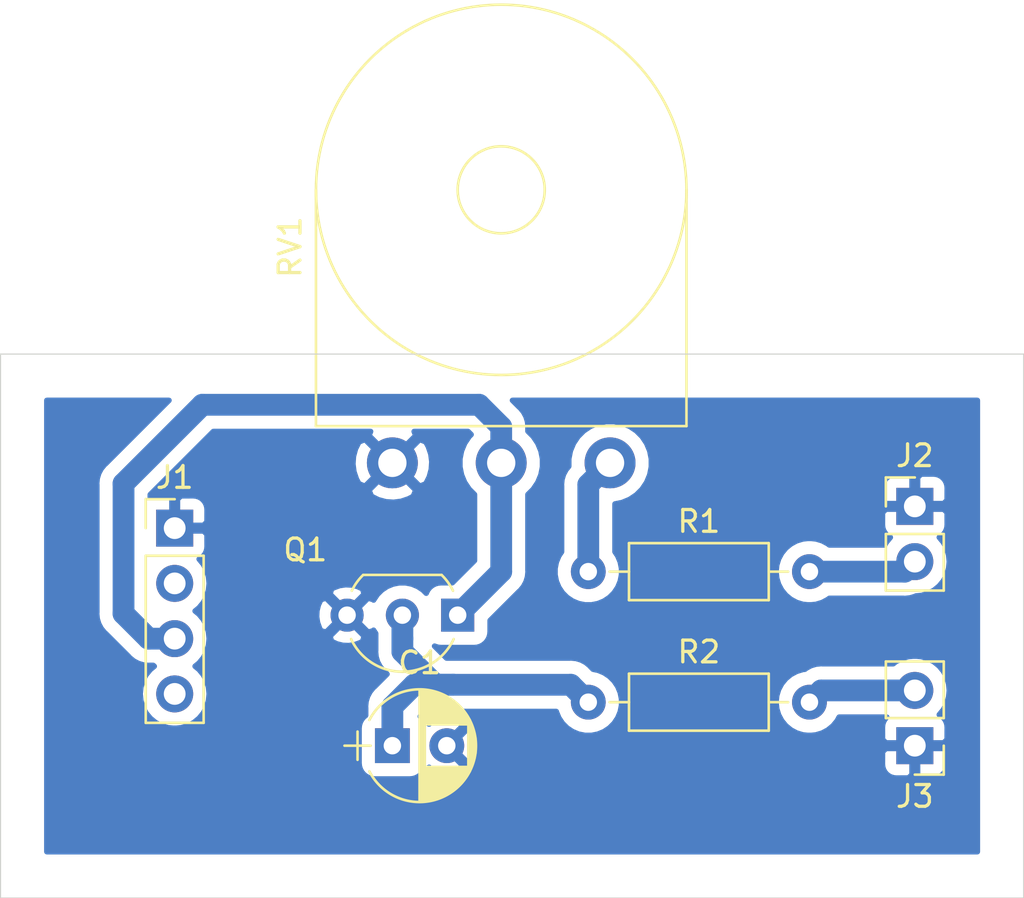
<source format=kicad_pcb>
(kicad_pcb (version 20171130) (host pcbnew "(5.1.2)-1")

  (general
    (thickness 1.6)
    (drawings 4)
    (tracks 24)
    (zones 0)
    (modules 8)
    (nets 9)
  )

  (page A4)
  (layers
    (0 F.Cu signal)
    (31 B.Cu signal)
    (32 B.Adhes user)
    (33 F.Adhes user)
    (34 B.Paste user)
    (35 F.Paste user)
    (36 B.SilkS user)
    (37 F.SilkS user)
    (38 B.Mask user)
    (39 F.Mask user)
    (40 Dwgs.User user)
    (41 Cmts.User user)
    (42 Eco1.User user)
    (43 Eco2.User user)
    (44 Edge.Cuts user)
    (45 Margin user)
    (46 B.CrtYd user)
    (47 F.CrtYd user)
    (48 B.Fab user)
    (49 F.Fab user)
  )

  (setup
    (last_trace_width 1)
    (trace_clearance 0.6)
    (zone_clearance 0.508)
    (zone_45_only no)
    (trace_min 0.2)
    (via_size 0.8)
    (via_drill 0.4)
    (via_min_size 0.4)
    (via_min_drill 0.3)
    (uvia_size 0.3)
    (uvia_drill 0.1)
    (uvias_allowed no)
    (uvia_min_size 0.2)
    (uvia_min_drill 0.1)
    (edge_width 0.05)
    (segment_width 0.2)
    (pcb_text_width 0.3)
    (pcb_text_size 1.5 1.5)
    (mod_edge_width 0.12)
    (mod_text_size 1 1)
    (mod_text_width 0.15)
    (pad_size 1.524 1.524)
    (pad_drill 0.762)
    (pad_to_mask_clearance 0.051)
    (solder_mask_min_width 0.25)
    (aux_axis_origin 0 0)
    (visible_elements FFFFFF7F)
    (pcbplotparams
      (layerselection 0x00000_fffffffe)
      (usegerberextensions false)
      (usegerberattributes false)
      (usegerberadvancedattributes false)
      (creategerberjobfile false)
      (excludeedgelayer true)
      (linewidth 0.100000)
      (plotframeref false)
      (viasonmask false)
      (mode 1)
      (useauxorigin false)
      (hpglpennumber 1)
      (hpglpenspeed 20)
      (hpglpendiameter 15.000000)
      (psnegative false)
      (psa4output false)
      (plotreference true)
      (plotvalue true)
      (plotinvisibletext false)
      (padsonsilk false)
      (subtractmaskfromsilk false)
      (outputformat 4)
      (mirror true)
      (drillshape 1)
      (scaleselection 1)
      (outputdirectory ""))
  )

  (net 0 "")
  (net 1 GND)
  (net 2 "Net-(C1-Pad1)")
  (net 3 "Net-(J1-Pad4)")
  (net 4 "Net-(J1-Pad3)")
  (net 5 "Net-(J1-Pad2)")
  (net 6 "Net-(J2-Pad2)")
  (net 7 "Net-(J3-Pad2)")
  (net 8 "Net-(R1-Pad1)")

  (net_class Default "This is the default net class."
    (clearance 0.6)
    (trace_width 1)
    (via_dia 0.8)
    (via_drill 0.4)
    (uvia_dia 0.3)
    (uvia_drill 0.1)
    (add_net GND)
    (add_net "Net-(C1-Pad1)")
    (add_net "Net-(J1-Pad2)")
    (add_net "Net-(J1-Pad3)")
    (add_net "Net-(J1-Pad4)")
    (add_net "Net-(J2-Pad2)")
    (add_net "Net-(J3-Pad2)")
    (add_net "Net-(R1-Pad1)")
  )

  (module Capacitors_THT:CP_Radial_D5.0mm_P2.50mm (layer F.Cu) (tedit 597BC7C2) (tstamp 5D1B13FF)
    (at 39 53)
    (descr "CP, Radial series, Radial, pin pitch=2.50mm, , diameter=5mm, Electrolytic Capacitor")
    (tags "CP Radial series Radial pin pitch 2.50mm  diameter 5mm Electrolytic Capacitor")
    (path /5D1B9EC0)
    (fp_text reference C1 (at 1.25 -3.81) (layer F.SilkS)
      (effects (font (size 1 1) (thickness 0.15)))
    )
    (fp_text value 100nF (at 1.25 3.81) (layer F.Fab)
      (effects (font (size 1 1) (thickness 0.15)))
    )
    (fp_text user %R (at 1.25 0) (layer F.Fab)
      (effects (font (size 1 1) (thickness 0.15)))
    )
    (fp_line (start 4.1 -2.85) (end -1.6 -2.85) (layer F.CrtYd) (width 0.05))
    (fp_line (start 4.1 2.85) (end 4.1 -2.85) (layer F.CrtYd) (width 0.05))
    (fp_line (start -1.6 2.85) (end 4.1 2.85) (layer F.CrtYd) (width 0.05))
    (fp_line (start -1.6 -2.85) (end -1.6 2.85) (layer F.CrtYd) (width 0.05))
    (fp_line (start -1.6 -0.65) (end -1.6 0.65) (layer F.SilkS) (width 0.12))
    (fp_line (start -2.2 0) (end -1 0) (layer F.SilkS) (width 0.12))
    (fp_line (start 3.811 -0.354) (end 3.811 0.354) (layer F.SilkS) (width 0.12))
    (fp_line (start 3.771 -0.559) (end 3.771 0.559) (layer F.SilkS) (width 0.12))
    (fp_line (start 3.731 -0.707) (end 3.731 0.707) (layer F.SilkS) (width 0.12))
    (fp_line (start 3.691 -0.829) (end 3.691 0.829) (layer F.SilkS) (width 0.12))
    (fp_line (start 3.651 -0.934) (end 3.651 0.934) (layer F.SilkS) (width 0.12))
    (fp_line (start 3.611 -1.028) (end 3.611 1.028) (layer F.SilkS) (width 0.12))
    (fp_line (start 3.571 -1.112) (end 3.571 1.112) (layer F.SilkS) (width 0.12))
    (fp_line (start 3.531 -1.189) (end 3.531 1.189) (layer F.SilkS) (width 0.12))
    (fp_line (start 3.491 -1.261) (end 3.491 1.261) (layer F.SilkS) (width 0.12))
    (fp_line (start 3.451 0.98) (end 3.451 1.327) (layer F.SilkS) (width 0.12))
    (fp_line (start 3.451 -1.327) (end 3.451 -0.98) (layer F.SilkS) (width 0.12))
    (fp_line (start 3.411 0.98) (end 3.411 1.39) (layer F.SilkS) (width 0.12))
    (fp_line (start 3.411 -1.39) (end 3.411 -0.98) (layer F.SilkS) (width 0.12))
    (fp_line (start 3.371 0.98) (end 3.371 1.448) (layer F.SilkS) (width 0.12))
    (fp_line (start 3.371 -1.448) (end 3.371 -0.98) (layer F.SilkS) (width 0.12))
    (fp_line (start 3.331 0.98) (end 3.331 1.504) (layer F.SilkS) (width 0.12))
    (fp_line (start 3.331 -1.504) (end 3.331 -0.98) (layer F.SilkS) (width 0.12))
    (fp_line (start 3.291 0.98) (end 3.291 1.556) (layer F.SilkS) (width 0.12))
    (fp_line (start 3.291 -1.556) (end 3.291 -0.98) (layer F.SilkS) (width 0.12))
    (fp_line (start 3.251 0.98) (end 3.251 1.606) (layer F.SilkS) (width 0.12))
    (fp_line (start 3.251 -1.606) (end 3.251 -0.98) (layer F.SilkS) (width 0.12))
    (fp_line (start 3.211 0.98) (end 3.211 1.654) (layer F.SilkS) (width 0.12))
    (fp_line (start 3.211 -1.654) (end 3.211 -0.98) (layer F.SilkS) (width 0.12))
    (fp_line (start 3.171 0.98) (end 3.171 1.699) (layer F.SilkS) (width 0.12))
    (fp_line (start 3.171 -1.699) (end 3.171 -0.98) (layer F.SilkS) (width 0.12))
    (fp_line (start 3.131 0.98) (end 3.131 1.742) (layer F.SilkS) (width 0.12))
    (fp_line (start 3.131 -1.742) (end 3.131 -0.98) (layer F.SilkS) (width 0.12))
    (fp_line (start 3.091 0.98) (end 3.091 1.783) (layer F.SilkS) (width 0.12))
    (fp_line (start 3.091 -1.783) (end 3.091 -0.98) (layer F.SilkS) (width 0.12))
    (fp_line (start 3.051 0.98) (end 3.051 1.823) (layer F.SilkS) (width 0.12))
    (fp_line (start 3.051 -1.823) (end 3.051 -0.98) (layer F.SilkS) (width 0.12))
    (fp_line (start 3.011 0.98) (end 3.011 1.861) (layer F.SilkS) (width 0.12))
    (fp_line (start 3.011 -1.861) (end 3.011 -0.98) (layer F.SilkS) (width 0.12))
    (fp_line (start 2.971 0.98) (end 2.971 1.897) (layer F.SilkS) (width 0.12))
    (fp_line (start 2.971 -1.897) (end 2.971 -0.98) (layer F.SilkS) (width 0.12))
    (fp_line (start 2.931 0.98) (end 2.931 1.932) (layer F.SilkS) (width 0.12))
    (fp_line (start 2.931 -1.932) (end 2.931 -0.98) (layer F.SilkS) (width 0.12))
    (fp_line (start 2.891 0.98) (end 2.891 1.965) (layer F.SilkS) (width 0.12))
    (fp_line (start 2.891 -1.965) (end 2.891 -0.98) (layer F.SilkS) (width 0.12))
    (fp_line (start 2.851 0.98) (end 2.851 1.997) (layer F.SilkS) (width 0.12))
    (fp_line (start 2.851 -1.997) (end 2.851 -0.98) (layer F.SilkS) (width 0.12))
    (fp_line (start 2.811 0.98) (end 2.811 2.028) (layer F.SilkS) (width 0.12))
    (fp_line (start 2.811 -2.028) (end 2.811 -0.98) (layer F.SilkS) (width 0.12))
    (fp_line (start 2.771 0.98) (end 2.771 2.058) (layer F.SilkS) (width 0.12))
    (fp_line (start 2.771 -2.058) (end 2.771 -0.98) (layer F.SilkS) (width 0.12))
    (fp_line (start 2.731 0.98) (end 2.731 2.086) (layer F.SilkS) (width 0.12))
    (fp_line (start 2.731 -2.086) (end 2.731 -0.98) (layer F.SilkS) (width 0.12))
    (fp_line (start 2.691 0.98) (end 2.691 2.113) (layer F.SilkS) (width 0.12))
    (fp_line (start 2.691 -2.113) (end 2.691 -0.98) (layer F.SilkS) (width 0.12))
    (fp_line (start 2.651 0.98) (end 2.651 2.14) (layer F.SilkS) (width 0.12))
    (fp_line (start 2.651 -2.14) (end 2.651 -0.98) (layer F.SilkS) (width 0.12))
    (fp_line (start 2.611 0.98) (end 2.611 2.165) (layer F.SilkS) (width 0.12))
    (fp_line (start 2.611 -2.165) (end 2.611 -0.98) (layer F.SilkS) (width 0.12))
    (fp_line (start 2.571 0.98) (end 2.571 2.189) (layer F.SilkS) (width 0.12))
    (fp_line (start 2.571 -2.189) (end 2.571 -0.98) (layer F.SilkS) (width 0.12))
    (fp_line (start 2.531 0.98) (end 2.531 2.212) (layer F.SilkS) (width 0.12))
    (fp_line (start 2.531 -2.212) (end 2.531 -0.98) (layer F.SilkS) (width 0.12))
    (fp_line (start 2.491 0.98) (end 2.491 2.234) (layer F.SilkS) (width 0.12))
    (fp_line (start 2.491 -2.234) (end 2.491 -0.98) (layer F.SilkS) (width 0.12))
    (fp_line (start 2.451 0.98) (end 2.451 2.256) (layer F.SilkS) (width 0.12))
    (fp_line (start 2.451 -2.256) (end 2.451 -0.98) (layer F.SilkS) (width 0.12))
    (fp_line (start 2.411 0.98) (end 2.411 2.276) (layer F.SilkS) (width 0.12))
    (fp_line (start 2.411 -2.276) (end 2.411 -0.98) (layer F.SilkS) (width 0.12))
    (fp_line (start 2.371 0.98) (end 2.371 2.296) (layer F.SilkS) (width 0.12))
    (fp_line (start 2.371 -2.296) (end 2.371 -0.98) (layer F.SilkS) (width 0.12))
    (fp_line (start 2.331 0.98) (end 2.331 2.315) (layer F.SilkS) (width 0.12))
    (fp_line (start 2.331 -2.315) (end 2.331 -0.98) (layer F.SilkS) (width 0.12))
    (fp_line (start 2.291 0.98) (end 2.291 2.333) (layer F.SilkS) (width 0.12))
    (fp_line (start 2.291 -2.333) (end 2.291 -0.98) (layer F.SilkS) (width 0.12))
    (fp_line (start 2.251 0.98) (end 2.251 2.35) (layer F.SilkS) (width 0.12))
    (fp_line (start 2.251 -2.35) (end 2.251 -0.98) (layer F.SilkS) (width 0.12))
    (fp_line (start 2.211 0.98) (end 2.211 2.366) (layer F.SilkS) (width 0.12))
    (fp_line (start 2.211 -2.366) (end 2.211 -0.98) (layer F.SilkS) (width 0.12))
    (fp_line (start 2.171 0.98) (end 2.171 2.382) (layer F.SilkS) (width 0.12))
    (fp_line (start 2.171 -2.382) (end 2.171 -0.98) (layer F.SilkS) (width 0.12))
    (fp_line (start 2.131 0.98) (end 2.131 2.396) (layer F.SilkS) (width 0.12))
    (fp_line (start 2.131 -2.396) (end 2.131 -0.98) (layer F.SilkS) (width 0.12))
    (fp_line (start 2.091 0.98) (end 2.091 2.41) (layer F.SilkS) (width 0.12))
    (fp_line (start 2.091 -2.41) (end 2.091 -0.98) (layer F.SilkS) (width 0.12))
    (fp_line (start 2.051 0.98) (end 2.051 2.424) (layer F.SilkS) (width 0.12))
    (fp_line (start 2.051 -2.424) (end 2.051 -0.98) (layer F.SilkS) (width 0.12))
    (fp_line (start 2.011 0.98) (end 2.011 2.436) (layer F.SilkS) (width 0.12))
    (fp_line (start 2.011 -2.436) (end 2.011 -0.98) (layer F.SilkS) (width 0.12))
    (fp_line (start 1.971 0.98) (end 1.971 2.448) (layer F.SilkS) (width 0.12))
    (fp_line (start 1.971 -2.448) (end 1.971 -0.98) (layer F.SilkS) (width 0.12))
    (fp_line (start 1.93 0.98) (end 1.93 2.46) (layer F.SilkS) (width 0.12))
    (fp_line (start 1.93 -2.46) (end 1.93 -0.98) (layer F.SilkS) (width 0.12))
    (fp_line (start 1.89 0.98) (end 1.89 2.47) (layer F.SilkS) (width 0.12))
    (fp_line (start 1.89 -2.47) (end 1.89 -0.98) (layer F.SilkS) (width 0.12))
    (fp_line (start 1.85 0.98) (end 1.85 2.48) (layer F.SilkS) (width 0.12))
    (fp_line (start 1.85 -2.48) (end 1.85 -0.98) (layer F.SilkS) (width 0.12))
    (fp_line (start 1.81 0.98) (end 1.81 2.489) (layer F.SilkS) (width 0.12))
    (fp_line (start 1.81 -2.489) (end 1.81 -0.98) (layer F.SilkS) (width 0.12))
    (fp_line (start 1.77 0.98) (end 1.77 2.498) (layer F.SilkS) (width 0.12))
    (fp_line (start 1.77 -2.498) (end 1.77 -0.98) (layer F.SilkS) (width 0.12))
    (fp_line (start 1.73 0.98) (end 1.73 2.506) (layer F.SilkS) (width 0.12))
    (fp_line (start 1.73 -2.506) (end 1.73 -0.98) (layer F.SilkS) (width 0.12))
    (fp_line (start 1.69 0.98) (end 1.69 2.513) (layer F.SilkS) (width 0.12))
    (fp_line (start 1.69 -2.513) (end 1.69 -0.98) (layer F.SilkS) (width 0.12))
    (fp_line (start 1.65 0.98) (end 1.65 2.519) (layer F.SilkS) (width 0.12))
    (fp_line (start 1.65 -2.519) (end 1.65 -0.98) (layer F.SilkS) (width 0.12))
    (fp_line (start 1.61 0.98) (end 1.61 2.525) (layer F.SilkS) (width 0.12))
    (fp_line (start 1.61 -2.525) (end 1.61 -0.98) (layer F.SilkS) (width 0.12))
    (fp_line (start 1.57 0.98) (end 1.57 2.531) (layer F.SilkS) (width 0.12))
    (fp_line (start 1.57 -2.531) (end 1.57 -0.98) (layer F.SilkS) (width 0.12))
    (fp_line (start 1.53 0.98) (end 1.53 2.535) (layer F.SilkS) (width 0.12))
    (fp_line (start 1.53 -2.535) (end 1.53 -0.98) (layer F.SilkS) (width 0.12))
    (fp_line (start 1.49 -2.539) (end 1.49 2.539) (layer F.SilkS) (width 0.12))
    (fp_line (start 1.45 -2.543) (end 1.45 2.543) (layer F.SilkS) (width 0.12))
    (fp_line (start 1.41 -2.546) (end 1.41 2.546) (layer F.SilkS) (width 0.12))
    (fp_line (start 1.37 -2.548) (end 1.37 2.548) (layer F.SilkS) (width 0.12))
    (fp_line (start 1.33 -2.549) (end 1.33 2.549) (layer F.SilkS) (width 0.12))
    (fp_line (start 1.29 -2.55) (end 1.29 2.55) (layer F.SilkS) (width 0.12))
    (fp_line (start 1.25 -2.55) (end 1.25 2.55) (layer F.SilkS) (width 0.12))
    (fp_line (start -1.6 -0.65) (end -1.6 0.65) (layer F.Fab) (width 0.1))
    (fp_line (start -2.2 0) (end -1 0) (layer F.Fab) (width 0.1))
    (fp_circle (center 1.25 0) (end 3.75 0) (layer F.Fab) (width 0.1))
    (fp_arc (start 1.25 0) (end 3.55558 -1.18) (angle 54.2) (layer F.SilkS) (width 0.12))
    (fp_arc (start 1.25 0) (end -1.05558 1.18) (angle -125.8) (layer F.SilkS) (width 0.12))
    (fp_arc (start 1.25 0) (end -1.05558 -1.18) (angle 125.8) (layer F.SilkS) (width 0.12))
    (pad 2 thru_hole circle (at 2.5 0) (size 1.6 1.6) (drill 0.8) (layers *.Cu *.Mask)
      (net 1 GND))
    (pad 1 thru_hole rect (at 0 0) (size 1.6 1.6) (drill 0.8) (layers *.Cu *.Mask)
      (net 2 "Net-(C1-Pad1)"))
    (model ${KISYS3DMOD}/Capacitors_THT.3dshapes/CP_Radial_D5.0mm_P2.50mm.wrl
      (at (xyz 0 0 0))
      (scale (xyz 1 1 1))
      (rotate (xyz 0 0 0))
    )
  )

  (module Pin_Headers:Pin_Header_Straight_1x04_Pitch2.54mm (layer F.Cu) (tedit 59650532) (tstamp 5D1B1417)
    (at 29 43)
    (descr "Through hole straight pin header, 1x04, 2.54mm pitch, single row")
    (tags "Through hole pin header THT 1x04 2.54mm single row")
    (path /5D1BC1E3)
    (fp_text reference J1 (at 0 -2.33) (layer F.SilkS)
      (effects (font (size 1 1) (thickness 0.15)))
    )
    (fp_text value Conn_01x04_Female (at 0 9.95) (layer F.Fab)
      (effects (font (size 1 1) (thickness 0.15)))
    )
    (fp_text user %R (at 0 3.81 90) (layer F.Fab)
      (effects (font (size 1 1) (thickness 0.15)))
    )
    (fp_line (start 1.8 -1.8) (end -1.8 -1.8) (layer F.CrtYd) (width 0.05))
    (fp_line (start 1.8 9.4) (end 1.8 -1.8) (layer F.CrtYd) (width 0.05))
    (fp_line (start -1.8 9.4) (end 1.8 9.4) (layer F.CrtYd) (width 0.05))
    (fp_line (start -1.8 -1.8) (end -1.8 9.4) (layer F.CrtYd) (width 0.05))
    (fp_line (start -1.33 -1.33) (end 0 -1.33) (layer F.SilkS) (width 0.12))
    (fp_line (start -1.33 0) (end -1.33 -1.33) (layer F.SilkS) (width 0.12))
    (fp_line (start -1.33 1.27) (end 1.33 1.27) (layer F.SilkS) (width 0.12))
    (fp_line (start 1.33 1.27) (end 1.33 8.95) (layer F.SilkS) (width 0.12))
    (fp_line (start -1.33 1.27) (end -1.33 8.95) (layer F.SilkS) (width 0.12))
    (fp_line (start -1.33 8.95) (end 1.33 8.95) (layer F.SilkS) (width 0.12))
    (fp_line (start -1.27 -0.635) (end -0.635 -1.27) (layer F.Fab) (width 0.1))
    (fp_line (start -1.27 8.89) (end -1.27 -0.635) (layer F.Fab) (width 0.1))
    (fp_line (start 1.27 8.89) (end -1.27 8.89) (layer F.Fab) (width 0.1))
    (fp_line (start 1.27 -1.27) (end 1.27 8.89) (layer F.Fab) (width 0.1))
    (fp_line (start -0.635 -1.27) (end 1.27 -1.27) (layer F.Fab) (width 0.1))
    (pad 4 thru_hole oval (at 0 7.62) (size 1.7 1.7) (drill 1) (layers *.Cu *.Mask)
      (net 3 "Net-(J1-Pad4)"))
    (pad 3 thru_hole oval (at 0 5.08) (size 1.7 1.7) (drill 1) (layers *.Cu *.Mask)
      (net 4 "Net-(J1-Pad3)"))
    (pad 2 thru_hole oval (at 0 2.54) (size 1.7 1.7) (drill 1) (layers *.Cu *.Mask)
      (net 5 "Net-(J1-Pad2)"))
    (pad 1 thru_hole rect (at 0 0) (size 1.7 1.7) (drill 1) (layers *.Cu *.Mask)
      (net 1 GND))
    (model ${KISYS3DMOD}/Pin_Headers.3dshapes/Pin_Header_Straight_1x04_Pitch2.54mm.wrl
      (at (xyz 0 0 0))
      (scale (xyz 1 1 1))
      (rotate (xyz 0 0 0))
    )
  )

  (module Pin_Headers:Pin_Header_Straight_1x02_Pitch2.54mm (layer F.Cu) (tedit 59650532) (tstamp 5D1B142D)
    (at 63 42)
    (descr "Through hole straight pin header, 1x02, 2.54mm pitch, single row")
    (tags "Through hole pin header THT 1x02 2.54mm single row")
    (path /5D1C7442)
    (fp_text reference J2 (at 0 -2.33) (layer F.SilkS)
      (effects (font (size 1 1) (thickness 0.15)))
    )
    (fp_text value Pitch (at 0 4.87) (layer F.Fab)
      (effects (font (size 1 1) (thickness 0.15)))
    )
    (fp_text user %R (at 0 1.27 90) (layer F.Fab)
      (effects (font (size 1 1) (thickness 0.15)))
    )
    (fp_line (start 1.8 -1.8) (end -1.8 -1.8) (layer F.CrtYd) (width 0.05))
    (fp_line (start 1.8 4.35) (end 1.8 -1.8) (layer F.CrtYd) (width 0.05))
    (fp_line (start -1.8 4.35) (end 1.8 4.35) (layer F.CrtYd) (width 0.05))
    (fp_line (start -1.8 -1.8) (end -1.8 4.35) (layer F.CrtYd) (width 0.05))
    (fp_line (start -1.33 -1.33) (end 0 -1.33) (layer F.SilkS) (width 0.12))
    (fp_line (start -1.33 0) (end -1.33 -1.33) (layer F.SilkS) (width 0.12))
    (fp_line (start -1.33 1.27) (end 1.33 1.27) (layer F.SilkS) (width 0.12))
    (fp_line (start 1.33 1.27) (end 1.33 3.87) (layer F.SilkS) (width 0.12))
    (fp_line (start -1.33 1.27) (end -1.33 3.87) (layer F.SilkS) (width 0.12))
    (fp_line (start -1.33 3.87) (end 1.33 3.87) (layer F.SilkS) (width 0.12))
    (fp_line (start -1.27 -0.635) (end -0.635 -1.27) (layer F.Fab) (width 0.1))
    (fp_line (start -1.27 3.81) (end -1.27 -0.635) (layer F.Fab) (width 0.1))
    (fp_line (start 1.27 3.81) (end -1.27 3.81) (layer F.Fab) (width 0.1))
    (fp_line (start 1.27 -1.27) (end 1.27 3.81) (layer F.Fab) (width 0.1))
    (fp_line (start -0.635 -1.27) (end 1.27 -1.27) (layer F.Fab) (width 0.1))
    (pad 2 thru_hole oval (at 0 2.54) (size 1.7 1.7) (drill 1) (layers *.Cu *.Mask)
      (net 6 "Net-(J2-Pad2)"))
    (pad 1 thru_hole rect (at 0 0) (size 1.7 1.7) (drill 1) (layers *.Cu *.Mask)
      (net 1 GND))
    (model ${KISYS3DMOD}/Pin_Headers.3dshapes/Pin_Header_Straight_1x02_Pitch2.54mm.wrl
      (at (xyz 0 0 0))
      (scale (xyz 1 1 1))
      (rotate (xyz 0 0 0))
    )
  )

  (module Pin_Headers:Pin_Header_Straight_1x02_Pitch2.54mm (layer F.Cu) (tedit 59650532) (tstamp 5D1B1443)
    (at 63 53 180)
    (descr "Through hole straight pin header, 1x02, 2.54mm pitch, single row")
    (tags "Through hole pin header THT 1x02 2.54mm single row")
    (path /5D1C7BDE)
    (fp_text reference J3 (at 0 -2.33) (layer F.SilkS)
      (effects (font (size 1 1) (thickness 0.15)))
    )
    (fp_text value Gate (at 0 4.87) (layer F.Fab)
      (effects (font (size 1 1) (thickness 0.15)))
    )
    (fp_line (start -0.635 -1.27) (end 1.27 -1.27) (layer F.Fab) (width 0.1))
    (fp_line (start 1.27 -1.27) (end 1.27 3.81) (layer F.Fab) (width 0.1))
    (fp_line (start 1.27 3.81) (end -1.27 3.81) (layer F.Fab) (width 0.1))
    (fp_line (start -1.27 3.81) (end -1.27 -0.635) (layer F.Fab) (width 0.1))
    (fp_line (start -1.27 -0.635) (end -0.635 -1.27) (layer F.Fab) (width 0.1))
    (fp_line (start -1.33 3.87) (end 1.33 3.87) (layer F.SilkS) (width 0.12))
    (fp_line (start -1.33 1.27) (end -1.33 3.87) (layer F.SilkS) (width 0.12))
    (fp_line (start 1.33 1.27) (end 1.33 3.87) (layer F.SilkS) (width 0.12))
    (fp_line (start -1.33 1.27) (end 1.33 1.27) (layer F.SilkS) (width 0.12))
    (fp_line (start -1.33 0) (end -1.33 -1.33) (layer F.SilkS) (width 0.12))
    (fp_line (start -1.33 -1.33) (end 0 -1.33) (layer F.SilkS) (width 0.12))
    (fp_line (start -1.8 -1.8) (end -1.8 4.35) (layer F.CrtYd) (width 0.05))
    (fp_line (start -1.8 4.35) (end 1.8 4.35) (layer F.CrtYd) (width 0.05))
    (fp_line (start 1.8 4.35) (end 1.8 -1.8) (layer F.CrtYd) (width 0.05))
    (fp_line (start 1.8 -1.8) (end -1.8 -1.8) (layer F.CrtYd) (width 0.05))
    (fp_text user %R (at 0 1.27 90) (layer F.Fab)
      (effects (font (size 1 1) (thickness 0.15)))
    )
    (pad 1 thru_hole rect (at 0 0 180) (size 1.7 1.7) (drill 1) (layers *.Cu *.Mask)
      (net 1 GND))
    (pad 2 thru_hole oval (at 0 2.54 180) (size 1.7 1.7) (drill 1) (layers *.Cu *.Mask)
      (net 7 "Net-(J3-Pad2)"))
    (model ${KISYS3DMOD}/Pin_Headers.3dshapes/Pin_Header_Straight_1x02_Pitch2.54mm.wrl
      (at (xyz 0 0 0))
      (scale (xyz 1 1 1))
      (rotate (xyz 0 0 0))
    )
  )

  (module TO_SOT_Packages_THT:TO-92_Inline_Wide (layer F.Cu) (tedit 58CE52AF) (tstamp 5D1B1457)
    (at 42 47 180)
    (descr "TO-92 leads in-line, wide, drill 0.8mm (see NXP sot054_po.pdf)")
    (tags "to-92 sc-43 sc-43a sot54 PA33 transistor")
    (path /5D1B6422)
    (fp_text reference Q1 (at 7 3 180) (layer F.SilkS)
      (effects (font (size 1 1) (thickness 0.15)))
    )
    (fp_text value BC557 (at 2.54 2.79) (layer F.Fab)
      (effects (font (size 1 1) (thickness 0.15)))
    )
    (fp_arc (start 2.54 0) (end 4.34 1.85) (angle -20) (layer F.SilkS) (width 0.12))
    (fp_arc (start 2.54 0) (end 2.54 -2.48) (angle -135) (layer F.Fab) (width 0.1))
    (fp_arc (start 2.54 0) (end 2.54 -2.48) (angle 135) (layer F.Fab) (width 0.1))
    (fp_arc (start 2.54 0) (end 2.54 -2.6) (angle 65) (layer F.SilkS) (width 0.12))
    (fp_arc (start 2.54 0) (end 2.54 -2.6) (angle -65) (layer F.SilkS) (width 0.12))
    (fp_arc (start 2.54 0) (end 0.74 1.85) (angle 20) (layer F.SilkS) (width 0.12))
    (fp_line (start 6.09 2.01) (end -1.01 2.01) (layer F.CrtYd) (width 0.05))
    (fp_line (start 6.09 2.01) (end 6.09 -2.73) (layer F.CrtYd) (width 0.05))
    (fp_line (start -1.01 -2.73) (end -1.01 2.01) (layer F.CrtYd) (width 0.05))
    (fp_line (start -1.01 -2.73) (end 6.09 -2.73) (layer F.CrtYd) (width 0.05))
    (fp_line (start 0.8 1.75) (end 4.3 1.75) (layer F.Fab) (width 0.1))
    (fp_line (start 0.74 1.85) (end 4.34 1.85) (layer F.SilkS) (width 0.12))
    (fp_text user %R (at 2.54 -3.56 180) (layer F.Fab)
      (effects (font (size 1 1) (thickness 0.15)))
    )
    (pad 1 thru_hole rect (at 0 0 270) (size 1.52 1.52) (drill 0.8) (layers *.Cu *.Mask)
      (net 4 "Net-(J1-Pad3)"))
    (pad 3 thru_hole circle (at 5.08 0 270) (size 1.52 1.52) (drill 0.8) (layers *.Cu *.Mask)
      (net 1 GND))
    (pad 2 thru_hole circle (at 2.54 0 270) (size 1.52 1.52) (drill 0.8) (layers *.Cu *.Mask)
      (net 2 "Net-(C1-Pad1)"))
    (model ${KISYS3DMOD}/TO_SOT_Packages_THT.3dshapes/TO-92_Inline_Wide.wrl
      (offset (xyz 2.539999961853027 0 0))
      (scale (xyz 1 1 1))
      (rotate (xyz 0 0 -90))
    )
  )

  (module Resistors_THT:R_Axial_DIN0207_L6.3mm_D2.5mm_P10.16mm_Horizontal (layer F.Cu) (tedit 5874F706) (tstamp 5D1B146D)
    (at 48 45)
    (descr "Resistor, Axial_DIN0207 series, Axial, Horizontal, pin pitch=10.16mm, 0.25W = 1/4W, length*diameter=6.3*2.5mm^2, http://cdn-reichelt.de/documents/datenblatt/B400/1_4W%23YAG.pdf")
    (tags "Resistor Axial_DIN0207 series Axial Horizontal pin pitch 10.16mm 0.25W = 1/4W length 6.3mm diameter 2.5mm")
    (path /5D1B2209)
    (fp_text reference R1 (at 5.08 -2.31) (layer F.SilkS)
      (effects (font (size 1 1) (thickness 0.15)))
    )
    (fp_text value 2k (at 5.08 2.31) (layer F.Fab)
      (effects (font (size 1 1) (thickness 0.15)))
    )
    (fp_line (start 11.25 -1.6) (end -1.05 -1.6) (layer F.CrtYd) (width 0.05))
    (fp_line (start 11.25 1.6) (end 11.25 -1.6) (layer F.CrtYd) (width 0.05))
    (fp_line (start -1.05 1.6) (end 11.25 1.6) (layer F.CrtYd) (width 0.05))
    (fp_line (start -1.05 -1.6) (end -1.05 1.6) (layer F.CrtYd) (width 0.05))
    (fp_line (start 9.18 0) (end 8.29 0) (layer F.SilkS) (width 0.12))
    (fp_line (start 0.98 0) (end 1.87 0) (layer F.SilkS) (width 0.12))
    (fp_line (start 8.29 -1.31) (end 1.87 -1.31) (layer F.SilkS) (width 0.12))
    (fp_line (start 8.29 1.31) (end 8.29 -1.31) (layer F.SilkS) (width 0.12))
    (fp_line (start 1.87 1.31) (end 8.29 1.31) (layer F.SilkS) (width 0.12))
    (fp_line (start 1.87 -1.31) (end 1.87 1.31) (layer F.SilkS) (width 0.12))
    (fp_line (start 10.16 0) (end 8.23 0) (layer F.Fab) (width 0.1))
    (fp_line (start 0 0) (end 1.93 0) (layer F.Fab) (width 0.1))
    (fp_line (start 8.23 -1.25) (end 1.93 -1.25) (layer F.Fab) (width 0.1))
    (fp_line (start 8.23 1.25) (end 8.23 -1.25) (layer F.Fab) (width 0.1))
    (fp_line (start 1.93 1.25) (end 8.23 1.25) (layer F.Fab) (width 0.1))
    (fp_line (start 1.93 -1.25) (end 1.93 1.25) (layer F.Fab) (width 0.1))
    (pad 2 thru_hole oval (at 10.16 0) (size 1.6 1.6) (drill 0.8) (layers *.Cu *.Mask)
      (net 6 "Net-(J2-Pad2)"))
    (pad 1 thru_hole circle (at 0 0) (size 1.6 1.6) (drill 0.8) (layers *.Cu *.Mask)
      (net 8 "Net-(R1-Pad1)"))
    (model ${KISYS3DMOD}/Resistors_THT.3dshapes/R_Axial_DIN0207_L6.3mm_D2.5mm_P10.16mm_Horizontal.wrl
      (at (xyz 0 0 0))
      (scale (xyz 0.393701 0.393701 0.393701))
      (rotate (xyz 0 0 0))
    )
  )

  (module Resistors_THT:R_Axial_DIN0207_L6.3mm_D2.5mm_P10.16mm_Horizontal (layer F.Cu) (tedit 5874F706) (tstamp 5D1B1483)
    (at 48 51)
    (descr "Resistor, Axial_DIN0207 series, Axial, Horizontal, pin pitch=10.16mm, 0.25W = 1/4W, length*diameter=6.3*2.5mm^2, http://cdn-reichelt.de/documents/datenblatt/B400/1_4W%23YAG.pdf")
    (tags "Resistor Axial_DIN0207 series Axial Horizontal pin pitch 10.16mm 0.25W = 1/4W length 6.3mm diameter 2.5mm")
    (path /5D1B29E7)
    (fp_text reference R2 (at 5.08 -2.31) (layer F.SilkS)
      (effects (font (size 1 1) (thickness 0.15)))
    )
    (fp_text value 2k (at 5.08 2.31) (layer F.Fab)
      (effects (font (size 1 1) (thickness 0.15)))
    )
    (fp_line (start 1.93 -1.25) (end 1.93 1.25) (layer F.Fab) (width 0.1))
    (fp_line (start 1.93 1.25) (end 8.23 1.25) (layer F.Fab) (width 0.1))
    (fp_line (start 8.23 1.25) (end 8.23 -1.25) (layer F.Fab) (width 0.1))
    (fp_line (start 8.23 -1.25) (end 1.93 -1.25) (layer F.Fab) (width 0.1))
    (fp_line (start 0 0) (end 1.93 0) (layer F.Fab) (width 0.1))
    (fp_line (start 10.16 0) (end 8.23 0) (layer F.Fab) (width 0.1))
    (fp_line (start 1.87 -1.31) (end 1.87 1.31) (layer F.SilkS) (width 0.12))
    (fp_line (start 1.87 1.31) (end 8.29 1.31) (layer F.SilkS) (width 0.12))
    (fp_line (start 8.29 1.31) (end 8.29 -1.31) (layer F.SilkS) (width 0.12))
    (fp_line (start 8.29 -1.31) (end 1.87 -1.31) (layer F.SilkS) (width 0.12))
    (fp_line (start 0.98 0) (end 1.87 0) (layer F.SilkS) (width 0.12))
    (fp_line (start 9.18 0) (end 8.29 0) (layer F.SilkS) (width 0.12))
    (fp_line (start -1.05 -1.6) (end -1.05 1.6) (layer F.CrtYd) (width 0.05))
    (fp_line (start -1.05 1.6) (end 11.25 1.6) (layer F.CrtYd) (width 0.05))
    (fp_line (start 11.25 1.6) (end 11.25 -1.6) (layer F.CrtYd) (width 0.05))
    (fp_line (start 11.25 -1.6) (end -1.05 -1.6) (layer F.CrtYd) (width 0.05))
    (pad 1 thru_hole circle (at 0 0) (size 1.6 1.6) (drill 0.8) (layers *.Cu *.Mask)
      (net 2 "Net-(C1-Pad1)"))
    (pad 2 thru_hole oval (at 10.16 0) (size 1.6 1.6) (drill 0.8) (layers *.Cu *.Mask)
      (net 7 "Net-(J3-Pad2)"))
    (model ${KISYS3DMOD}/Resistors_THT.3dshapes/R_Axial_DIN0207_L6.3mm_D2.5mm_P10.16mm_Horizontal.wrl
      (at (xyz 0 0 0))
      (scale (xyz 0.393701 0.393701 0.393701))
      (rotate (xyz 0 0 0))
    )
  )

  (module Potentiometers:Potentiometer_Omeg_PC16PU_Horizontal (layer F.Cu) (tedit 58826B08) (tstamp 5D1B1499)
    (at 49 40 90)
    (descr "Potentiometer, horizontally mounted, Omeg PC16PU, Omeg PC16PU, Omeg PC16PU, http://www.omeg.co.uk/pc6bubrc.htm")
    (tags "Potentiometer horizontal  Omeg PC16PU  Omeg PC16PU  Omeg PC16PU")
    (path /5D1B1A01)
    (fp_text reference RV1 (at 9.915 -14.7 90) (layer F.SilkS)
      (effects (font (size 1 1) (thickness 0.15)))
    )
    (fp_text value B100K (at 9.915 4.7 90) (layer F.Fab)
      (effects (font (size 1 1) (thickness 0.15)))
    )
    (fp_line (start 21.25 -13.7) (end -1.45 -13.7) (layer F.CrtYd) (width 0.05))
    (fp_line (start 21.25 3.7) (end 21.25 -13.7) (layer F.CrtYd) (width 0.05))
    (fp_line (start -1.45 3.7) (end 21.25 3.7) (layer F.CrtYd) (width 0.05))
    (fp_line (start -1.45 -13.7) (end -1.45 3.7) (layer F.CrtYd) (width 0.05))
    (fp_line (start 1.69 3.51) (end 12.55 3.51) (layer F.SilkS) (width 0.12))
    (fp_line (start 1.69 -13.51) (end 1.69 3.51) (layer F.SilkS) (width 0.12))
    (fp_line (start 1.69 -13.51) (end 12.55 -13.51) (layer F.SilkS) (width 0.12))
    (fp_line (start 1.75 3.45) (end 12.55 3.45) (layer F.Fab) (width 0.1))
    (fp_line (start 1.75 -13.45) (end 1.75 3.45) (layer F.Fab) (width 0.1))
    (fp_line (start 12.55 -13.45) (end 1.75 -13.45) (layer F.Fab) (width 0.1))
    (fp_circle (center 12.55 -5) (end 14.55 -5) (layer F.SilkS) (width 0.12))
    (fp_circle (center 12.55 -5) (end 21.06 -5) (layer F.SilkS) (width 0.12))
    (fp_circle (center 12.55 -5) (end 14.55 -5) (layer F.Fab) (width 0.1))
    (fp_circle (center 12.55 -5) (end 16.05 -5) (layer F.Fab) (width 0.1))
    (fp_circle (center 12.55 -5) (end 21 -5) (layer F.Fab) (width 0.1))
    (pad 1 thru_hole circle (at 0 0 90) (size 2.34 2.34) (drill 1.3) (layers *.Cu *.Mask)
      (net 8 "Net-(R1-Pad1)"))
    (pad 2 thru_hole circle (at 0 -5 90) (size 2.34 2.34) (drill 1.3) (layers *.Cu *.Mask)
      (net 4 "Net-(J1-Pad3)"))
    (pad 3 thru_hole circle (at 0 -10 90) (size 2.34 2.34) (drill 1.3) (layers *.Cu *.Mask)
      (net 1 GND))
    (model Potentiometers.3dshapes/Potentiometer_Omeg_PC16PU_Horizontal.wrl
      (at (xyz 0 0 0))
      (scale (xyz 0.393701 0.393701 0.393701))
      (rotate (xyz 0 0 0))
    )
  )

  (gr_line (start 68 35) (end 21 35) (layer Edge.Cuts) (width 0.05) (tstamp 5D1B16C8))
  (gr_line (start 68 60) (end 68 35) (layer Edge.Cuts) (width 0.05))
  (gr_line (start 21 60) (end 68 60) (layer Edge.Cuts) (width 0.05))
  (gr_line (start 21 35) (end 21 60) (layer Edge.Cuts) (width 0.05))

  (segment (start 39.46 48.074802) (end 39.46 47) (width 1) (layer B.Cu) (net 2))
  (segment (start 39.46 48.680002) (end 39.46 48.074802) (width 1) (layer B.Cu) (net 2))
  (segment (start 40.979999 50.200001) (end 39.46 48.680002) (width 1) (layer B.Cu) (net 2))
  (segment (start 48 51) (end 47.200001 50.200001) (width 1) (layer B.Cu) (net 2))
  (segment (start 39.999999 50.200001) (end 41.799999 50.200001) (width 1) (layer B.Cu) (net 2))
  (segment (start 39 51.2) (end 39.999999 50.200001) (width 1) (layer B.Cu) (net 2))
  (segment (start 39 53) (end 39 51.2) (width 1) (layer B.Cu) (net 2))
  (segment (start 47.200001 50.200001) (end 41.799999 50.200001) (width 1) (layer B.Cu) (net 2))
  (segment (start 41.799999 50.200001) (end 40.979999 50.200001) (width 1) (layer B.Cu) (net 2))
  (segment (start 27.797919 48.08) (end 29 48.08) (width 1) (layer B.Cu) (net 4))
  (segment (start 26.649999 46.93208) (end 27.797919 48.08) (width 1) (layer B.Cu) (net 4))
  (segment (start 26.649999 40.949999) (end 26.649999 46.93208) (width 1) (layer B.Cu) (net 4))
  (segment (start 30.269999 37.329999) (end 26.649999 40.949999) (width 1) (layer B.Cu) (net 4))
  (segment (start 42.984628 37.329999) (end 30.269999 37.329999) (width 1) (layer B.Cu) (net 4))
  (segment (start 44 38.345371) (end 42.984628 37.329999) (width 1) (layer B.Cu) (net 4))
  (segment (start 44 40) (end 44 38.345371) (width 1) (layer B.Cu) (net 4))
  (segment (start 44 45) (end 42 47) (width 1) (layer B.Cu) (net 4))
  (segment (start 44 40) (end 44 45) (width 1) (layer B.Cu) (net 4))
  (segment (start 62.54 45) (end 63 44.54) (width 1) (layer B.Cu) (net 6))
  (segment (start 58.16 45) (end 62.54 45) (width 1) (layer B.Cu) (net 6))
  (segment (start 58.7 50.46) (end 63 50.46) (width 1) (layer B.Cu) (net 7))
  (segment (start 58.16 51) (end 58.7 50.46) (width 1) (layer B.Cu) (net 7))
  (segment (start 48 41) (end 49 40) (width 1) (layer B.Cu) (net 8))
  (segment (start 48 45) (end 48 41) (width 1) (layer B.Cu) (net 8))

  (zone (net 1) (net_name GND) (layer B.Cu) (tstamp 5D1B201F) (hatch edge 0.508)
    (connect_pads (clearance 0.508))
    (min_thickness 0.254)
    (fill yes (arc_segments 32) (thermal_gap 0.508) (thermal_bridge_width 0.508))
    (polygon
      (pts
        (xy 23 37) (xy 23 58) (xy 66 58) (xy 66 37)
      )
    )
    (filled_polygon
      (pts
        (xy 25.824999 40.03976) (xy 25.778182 40.078182) (xy 25.62485 40.265017) (xy 25.510915 40.478176) (xy 25.440754 40.709466)
        (xy 25.422999 40.889732) (xy 25.422999 40.889739) (xy 25.417064 40.949999) (xy 25.422999 41.010259) (xy 25.423 46.87181)
        (xy 25.417064 46.93208) (xy 25.440754 47.172613) (xy 25.465745 47.254995) (xy 25.510916 47.403904) (xy 25.624851 47.617063)
        (xy 25.778183 47.803897) (xy 25.824994 47.842314) (xy 26.887684 48.905005) (xy 26.926102 48.951817) (xy 27.112936 49.105149)
        (xy 27.326095 49.219084) (xy 27.557385 49.289245) (xy 27.737651 49.307) (xy 27.737658 49.307) (xy 27.797918 49.312935)
        (xy 27.858178 49.307) (xy 28.009264 49.307) (xy 28.06166 49.35) (xy 27.879497 49.499497) (xy 27.682428 49.739627)
        (xy 27.535993 50.013588) (xy 27.445818 50.310854) (xy 27.41537 50.62) (xy 27.445818 50.929146) (xy 27.535993 51.226412)
        (xy 27.682428 51.500373) (xy 27.879497 51.740503) (xy 28.119627 51.937572) (xy 28.393588 52.084007) (xy 28.690854 52.174182)
        (xy 28.922531 52.197) (xy 29.077469 52.197) (xy 29.309146 52.174182) (xy 29.606412 52.084007) (xy 29.880373 51.937572)
        (xy 30.120503 51.740503) (xy 30.317572 51.500373) (xy 30.464007 51.226412) (xy 30.554182 50.929146) (xy 30.58463 50.62)
        (xy 30.554182 50.310854) (xy 30.464007 50.013588) (xy 30.317572 49.739627) (xy 30.120503 49.499497) (xy 29.93834 49.35)
        (xy 30.120503 49.200503) (xy 30.317572 48.960373) (xy 30.464007 48.686412) (xy 30.554182 48.389146) (xy 30.58463 48.08)
        (xy 30.573219 47.964137) (xy 36.135469 47.964137) (xy 36.202206 48.204025) (xy 36.450892 48.320924) (xy 36.717606 48.387061)
        (xy 36.992097 48.399895) (xy 37.263817 48.358931) (xy 37.522326 48.265744) (xy 37.637794 48.204025) (xy 37.704531 47.964137)
        (xy 36.92 47.179605) (xy 36.135469 47.964137) (xy 30.573219 47.964137) (xy 30.554182 47.770854) (xy 30.464007 47.473588)
        (xy 30.317572 47.199627) (xy 30.212912 47.072097) (xy 35.520105 47.072097) (xy 35.561069 47.343817) (xy 35.654256 47.602326)
        (xy 35.715975 47.717794) (xy 35.955863 47.784531) (xy 36.740395 47) (xy 35.955863 46.215469) (xy 35.715975 46.282206)
        (xy 35.599076 46.530892) (xy 35.532939 46.797606) (xy 35.520105 47.072097) (xy 30.212912 47.072097) (xy 30.120503 46.959497)
        (xy 29.93834 46.81) (xy 30.120503 46.660503) (xy 30.317572 46.420373) (xy 30.464007 46.146412) (xy 30.497541 46.035863)
        (xy 36.135469 46.035863) (xy 36.92 46.820395) (xy 37.704531 46.035863) (xy 37.637794 45.795975) (xy 37.389108 45.679076)
        (xy 37.122394 45.612939) (xy 36.847903 45.600105) (xy 36.576183 45.641069) (xy 36.317674 45.734256) (xy 36.202206 45.795975)
        (xy 36.135469 46.035863) (xy 30.497541 46.035863) (xy 30.554182 45.849146) (xy 30.58463 45.54) (xy 30.554182 45.230854)
        (xy 30.464007 44.933588) (xy 30.317572 44.659627) (xy 30.123888 44.423622) (xy 30.204494 44.380537) (xy 30.301185 44.301185)
        (xy 30.380537 44.204494) (xy 30.439502 44.09418) (xy 30.475812 43.974482) (xy 30.488072 43.85) (xy 30.485 43.28575)
        (xy 30.32625 43.127) (xy 29.127 43.127) (xy 29.127 43.147) (xy 28.873 43.147) (xy 28.873 43.127)
        (xy 28.853 43.127) (xy 28.853 42.873) (xy 28.873 42.873) (xy 28.873 41.67375) (xy 29.127 41.67375)
        (xy 29.127 42.873) (xy 30.32625 42.873) (xy 30.485 42.71425) (xy 30.488072 42.15) (xy 30.475812 42.025518)
        (xy 30.439502 41.90582) (xy 30.380537 41.795506) (xy 30.301185 41.698815) (xy 30.204494 41.619463) (xy 30.09418 41.560498)
        (xy 29.974482 41.524188) (xy 29.85 41.511928) (xy 29.28575 41.515) (xy 29.127 41.67375) (xy 28.873 41.67375)
        (xy 28.71425 41.515) (xy 28.15 41.511928) (xy 28.025518 41.524188) (xy 27.90582 41.560498) (xy 27.876999 41.575903)
        (xy 27.876999 41.458238) (xy 28.078635 41.256602) (xy 37.923003 41.256602) (xy 38.039275 41.538389) (xy 38.35786 41.696257)
        (xy 38.701122 41.788938) (xy 39.055869 41.812873) (xy 39.40847 41.767139) (xy 39.745373 41.653495) (xy 39.960725 41.538389)
        (xy 40.076997 41.256602) (xy 39 40.179605) (xy 37.923003 41.256602) (xy 28.078635 41.256602) (xy 29.279368 40.055869)
        (xy 37.187127 40.055869) (xy 37.232861 40.40847) (xy 37.346505 40.745373) (xy 37.461611 40.960725) (xy 37.743398 41.076997)
        (xy 38.820395 40) (xy 39.179605 40) (xy 40.256602 41.076997) (xy 40.538389 40.960725) (xy 40.696257 40.64214)
        (xy 40.788938 40.298878) (xy 40.812873 39.944131) (xy 40.767139 39.59153) (xy 40.653495 39.254627) (xy 40.538389 39.039275)
        (xy 40.256602 38.923003) (xy 39.179605 40) (xy 38.820395 40) (xy 37.743398 38.923003) (xy 37.461611 39.039275)
        (xy 37.303743 39.35786) (xy 37.211062 39.701122) (xy 37.187127 40.055869) (xy 29.279368 40.055869) (xy 30.778239 38.556999)
        (xy 37.999916 38.556999) (xy 37.923003 38.743398) (xy 39 39.820395) (xy 40.076997 38.743398) (xy 40.000084 38.556999)
        (xy 42.476388 38.556999) (xy 42.618313 38.698924) (xy 42.526504 38.790733) (xy 42.3189 39.101433) (xy 42.1759 39.446665)
        (xy 42.103 39.813162) (xy 42.103 40.186838) (xy 42.1759 40.553335) (xy 42.3189 40.898567) (xy 42.526504 41.209267)
        (xy 42.773 41.455763) (xy 42.773001 44.491759) (xy 41.755278 45.509483) (xy 41.24 45.509483) (xy 41.097483 45.52352)
        (xy 40.960443 45.56509) (xy 40.834147 45.632597) (xy 40.723446 45.723446) (xy 40.632597 45.834147) (xy 40.56509 45.960443)
        (xy 40.555382 45.992447) (xy 40.407907 45.844972) (xy 40.164359 45.682238) (xy 39.893742 45.570145) (xy 39.606457 45.513)
        (xy 39.313543 45.513) (xy 39.026258 45.570145) (xy 38.755641 45.682238) (xy 38.512093 45.844972) (xy 38.304972 46.052093)
        (xy 38.142238 46.295641) (xy 38.137422 46.307269) (xy 38.124025 46.282206) (xy 37.884137 46.215469) (xy 37.099605 47)
        (xy 37.884137 47.784531) (xy 38.124025 47.717794) (xy 38.136665 47.690904) (xy 38.142238 47.704359) (xy 38.233 47.840194)
        (xy 38.233 48.619742) (xy 38.227065 48.680002) (xy 38.233 48.740262) (xy 38.233 48.740269) (xy 38.250755 48.920535)
        (xy 38.320916 49.151825) (xy 38.434851 49.364984) (xy 38.588183 49.551819) (xy 38.635 49.590241) (xy 38.75476 49.710001)
        (xy 38.174995 50.289766) (xy 38.128184 50.328183) (xy 37.974852 50.515017) (xy 37.875692 50.700534) (xy 37.860917 50.728176)
        (xy 37.790755 50.959467) (xy 37.786763 51) (xy 37.773 51.139732) (xy 37.773 51.13974) (xy 37.767065 51.2)
        (xy 37.773 51.26026) (xy 37.773 51.609952) (xy 37.683446 51.683446) (xy 37.592597 51.794147) (xy 37.52509 51.920443)
        (xy 37.48352 52.057483) (xy 37.469483 52.2) (xy 37.469483 53.8) (xy 37.48352 53.942517) (xy 37.52509 54.079557)
        (xy 37.592597 54.205853) (xy 37.683446 54.316554) (xy 37.794147 54.407403) (xy 37.920443 54.47491) (xy 38.057483 54.51648)
        (xy 38.2 54.530517) (xy 39.8 54.530517) (xy 39.942517 54.51648) (xy 40.079557 54.47491) (xy 40.205853 54.407403)
        (xy 40.316554 54.316554) (xy 40.407403 54.205853) (xy 40.47491 54.079557) (xy 40.490341 54.028688) (xy 40.57063 54.108977)
        (xy 40.686903 53.992704) (xy 40.758486 54.236671) (xy 41.013996 54.357571) (xy 41.288184 54.4263) (xy 41.570512 54.440217)
        (xy 41.85013 54.398787) (xy 42.116292 54.303603) (xy 42.241514 54.236671) (xy 42.313097 53.992702) (xy 42.170395 53.85)
        (xy 61.511928 53.85) (xy 61.524188 53.974482) (xy 61.560498 54.09418) (xy 61.619463 54.204494) (xy 61.698815 54.301185)
        (xy 61.795506 54.380537) (xy 61.90582 54.439502) (xy 62.025518 54.475812) (xy 62.15 54.488072) (xy 62.71425 54.485)
        (xy 62.873 54.32625) (xy 62.873 53.127) (xy 63.127 53.127) (xy 63.127 54.32625) (xy 63.28575 54.485)
        (xy 63.85 54.488072) (xy 63.974482 54.475812) (xy 64.09418 54.439502) (xy 64.204494 54.380537) (xy 64.301185 54.301185)
        (xy 64.380537 54.204494) (xy 64.439502 54.09418) (xy 64.475812 53.974482) (xy 64.488072 53.85) (xy 64.485 53.28575)
        (xy 64.32625 53.127) (xy 63.127 53.127) (xy 62.873 53.127) (xy 61.67375 53.127) (xy 61.515 53.28575)
        (xy 61.511928 53.85) (xy 42.170395 53.85) (xy 41.5 53.179605) (xy 41.485858 53.193748) (xy 41.306253 53.014143)
        (xy 41.320395 53) (xy 41.679605 53) (xy 42.492702 53.813097) (xy 42.736671 53.741514) (xy 42.857571 53.486004)
        (xy 42.9263 53.211816) (xy 42.940217 52.929488) (xy 42.898787 52.64987) (xy 42.803603 52.383708) (xy 42.736671 52.258486)
        (xy 42.492702 52.186903) (xy 41.679605 53) (xy 41.320395 53) (xy 41.306253 52.985858) (xy 41.485858 52.806253)
        (xy 41.5 52.820395) (xy 42.313097 52.007298) (xy 42.241514 51.763329) (xy 41.986004 51.642429) (xy 41.711816 51.5737)
        (xy 41.429488 51.559783) (xy 41.14987 51.601213) (xy 40.883708 51.696397) (xy 40.758486 51.763329) (xy 40.686903 52.007296)
        (xy 40.57063 51.891023) (xy 40.490341 51.971312) (xy 40.47491 51.920443) (xy 40.407403 51.794147) (xy 40.316554 51.683446)
        (xy 40.280984 51.654255) (xy 40.508239 51.427001) (xy 40.919738 51.427001) (xy 40.979998 51.432936) (xy 41.040258 51.427001)
        (xy 46.528019 51.427001) (xy 46.531681 51.44541) (xy 46.64679 51.723306) (xy 46.813901 51.973406) (xy 47.026594 52.186099)
        (xy 47.276694 52.35321) (xy 47.55459 52.468319) (xy 47.849604 52.527) (xy 48.150396 52.527) (xy 48.44541 52.468319)
        (xy 48.723306 52.35321) (xy 48.973406 52.186099) (xy 49.186099 51.973406) (xy 49.35321 51.723306) (xy 49.468319 51.44541)
        (xy 49.527 51.150396) (xy 49.527 51) (xy 56.625612 51) (xy 56.655095 51.299344) (xy 56.74241 51.587185)
        (xy 56.884203 51.85246) (xy 57.075024 52.084976) (xy 57.30754 52.275797) (xy 57.572815 52.41759) (xy 57.860656 52.504905)
        (xy 58.084989 52.527) (xy 58.235011 52.527) (xy 58.459344 52.504905) (xy 58.747185 52.41759) (xy 59.01246 52.275797)
        (xy 59.244976 52.084976) (xy 59.435797 51.85246) (xy 59.524238 51.687) (xy 61.713212 51.687) (xy 61.698815 51.698815)
        (xy 61.619463 51.795506) (xy 61.560498 51.90582) (xy 61.524188 52.025518) (xy 61.511928 52.15) (xy 61.515 52.71425)
        (xy 61.67375 52.873) (xy 62.873 52.873) (xy 62.873 52.853) (xy 63.127 52.853) (xy 63.127 52.873)
        (xy 64.32625 52.873) (xy 64.485 52.71425) (xy 64.488072 52.15) (xy 64.475812 52.025518) (xy 64.439502 51.90582)
        (xy 64.380537 51.795506) (xy 64.301185 51.698815) (xy 64.204494 51.619463) (xy 64.123888 51.576378) (xy 64.317572 51.340373)
        (xy 64.464007 51.066412) (xy 64.554182 50.769146) (xy 64.58463 50.46) (xy 64.554182 50.150854) (xy 64.464007 49.853588)
        (xy 64.317572 49.579627) (xy 64.120503 49.339497) (xy 63.880373 49.142428) (xy 63.606412 48.995993) (xy 63.309146 48.905818)
        (xy 63.077469 48.883) (xy 62.922531 48.883) (xy 62.690854 48.905818) (xy 62.393588 48.995993) (xy 62.119627 49.142428)
        (xy 62.009264 49.233) (xy 58.760259 49.233) (xy 58.699999 49.227065) (xy 58.639739 49.233) (xy 58.639732 49.233)
        (xy 58.459466 49.250755) (xy 58.228176 49.320916) (xy 58.015017 49.434851) (xy 57.952651 49.486034) (xy 57.860656 49.495095)
        (xy 57.572815 49.58241) (xy 57.30754 49.724203) (xy 57.075024 49.915024) (xy 56.884203 50.14754) (xy 56.74241 50.412815)
        (xy 56.655095 50.700656) (xy 56.625612 51) (xy 49.527 51) (xy 49.527 50.849604) (xy 49.468319 50.55459)
        (xy 49.35321 50.276694) (xy 49.186099 50.026594) (xy 48.973406 49.813901) (xy 48.723306 49.64679) (xy 48.44541 49.531681)
        (xy 48.222601 49.487362) (xy 48.11024 49.375001) (xy 48.071818 49.328184) (xy 47.884984 49.174852) (xy 47.671825 49.060917)
        (xy 47.440535 48.990756) (xy 47.260269 48.973001) (xy 47.260261 48.973001) (xy 47.200001 48.967066) (xy 47.139741 48.973001)
        (xy 41.488239 48.973001) (xy 40.938325 48.423088) (xy 40.960443 48.43491) (xy 41.097483 48.47648) (xy 41.24 48.490517)
        (xy 42.76 48.490517) (xy 42.902517 48.47648) (xy 43.039557 48.43491) (xy 43.165853 48.367403) (xy 43.276554 48.276554)
        (xy 43.367403 48.165853) (xy 43.43491 48.039557) (xy 43.47648 47.902517) (xy 43.490517 47.76) (xy 43.490517 47.244722)
        (xy 44.825005 45.910235) (xy 44.871817 45.871817) (xy 45.025149 45.684983) (xy 45.139084 45.471824) (xy 45.209245 45.240534)
        (xy 45.227 45.060268) (xy 45.227 45.060261) (xy 45.232935 45.000001) (xy 45.227 44.939741) (xy 45.227 44.849604)
        (xy 46.473 44.849604) (xy 46.473 45.150396) (xy 46.531681 45.44541) (xy 46.64679 45.723306) (xy 46.813901 45.973406)
        (xy 47.026594 46.186099) (xy 47.276694 46.35321) (xy 47.55459 46.468319) (xy 47.849604 46.527) (xy 48.150396 46.527)
        (xy 48.44541 46.468319) (xy 48.723306 46.35321) (xy 48.973406 46.186099) (xy 49.186099 45.973406) (xy 49.35321 45.723306)
        (xy 49.468319 45.44541) (xy 49.527 45.150396) (xy 49.527 45) (xy 56.625612 45) (xy 56.655095 45.299344)
        (xy 56.74241 45.587185) (xy 56.884203 45.85246) (xy 57.075024 46.084976) (xy 57.30754 46.275797) (xy 57.572815 46.41759)
        (xy 57.860656 46.504905) (xy 58.084989 46.527) (xy 58.235011 46.527) (xy 58.459344 46.504905) (xy 58.747185 46.41759)
        (xy 59.01246 46.275797) (xy 59.071919 46.227) (xy 62.47974 46.227) (xy 62.54 46.232935) (xy 62.60026 46.227)
        (xy 62.600268 46.227) (xy 62.780534 46.209245) (xy 63.011824 46.139084) (xy 63.053141 46.117) (xy 63.077469 46.117)
        (xy 63.309146 46.094182) (xy 63.606412 46.004007) (xy 63.880373 45.857572) (xy 64.120503 45.660503) (xy 64.317572 45.420373)
        (xy 64.464007 45.146412) (xy 64.554182 44.849146) (xy 64.58463 44.54) (xy 64.554182 44.230854) (xy 64.464007 43.933588)
        (xy 64.317572 43.659627) (xy 64.123888 43.423622) (xy 64.204494 43.380537) (xy 64.301185 43.301185) (xy 64.380537 43.204494)
        (xy 64.439502 43.09418) (xy 64.475812 42.974482) (xy 64.488072 42.85) (xy 64.485 42.28575) (xy 64.32625 42.127)
        (xy 63.127 42.127) (xy 63.127 42.147) (xy 62.873 42.147) (xy 62.873 42.127) (xy 61.67375 42.127)
        (xy 61.515 42.28575) (xy 61.511928 42.85) (xy 61.524188 42.974482) (xy 61.560498 43.09418) (xy 61.619463 43.204494)
        (xy 61.698815 43.301185) (xy 61.795506 43.380537) (xy 61.876112 43.423622) (xy 61.682428 43.659627) (xy 61.621829 43.773)
        (xy 59.071919 43.773) (xy 59.01246 43.724203) (xy 58.747185 43.58241) (xy 58.459344 43.495095) (xy 58.235011 43.473)
        (xy 58.084989 43.473) (xy 57.860656 43.495095) (xy 57.572815 43.58241) (xy 57.30754 43.724203) (xy 57.075024 43.915024)
        (xy 56.884203 44.14754) (xy 56.74241 44.412815) (xy 56.655095 44.700656) (xy 56.625612 45) (xy 49.527 45)
        (xy 49.527 44.849604) (xy 49.468319 44.55459) (xy 49.35321 44.276694) (xy 49.227 44.087807) (xy 49.227 41.889011)
        (xy 49.553335 41.8241) (xy 49.898567 41.6811) (xy 50.209267 41.473496) (xy 50.473496 41.209267) (xy 50.513097 41.15)
        (xy 61.511928 41.15) (xy 61.515 41.71425) (xy 61.67375 41.873) (xy 62.873 41.873) (xy 62.873 40.67375)
        (xy 63.127 40.67375) (xy 63.127 41.873) (xy 64.32625 41.873) (xy 64.485 41.71425) (xy 64.488072 41.15)
        (xy 64.475812 41.025518) (xy 64.439502 40.90582) (xy 64.380537 40.795506) (xy 64.301185 40.698815) (xy 64.204494 40.619463)
        (xy 64.09418 40.560498) (xy 63.974482 40.524188) (xy 63.85 40.511928) (xy 63.28575 40.515) (xy 63.127 40.67375)
        (xy 62.873 40.67375) (xy 62.71425 40.515) (xy 62.15 40.511928) (xy 62.025518 40.524188) (xy 61.90582 40.560498)
        (xy 61.795506 40.619463) (xy 61.698815 40.698815) (xy 61.619463 40.795506) (xy 61.560498 40.90582) (xy 61.524188 41.025518)
        (xy 61.511928 41.15) (xy 50.513097 41.15) (xy 50.6811 40.898567) (xy 50.8241 40.553335) (xy 50.897 40.186838)
        (xy 50.897 39.813162) (xy 50.8241 39.446665) (xy 50.6811 39.101433) (xy 50.473496 38.790733) (xy 50.209267 38.526504)
        (xy 49.898567 38.3189) (xy 49.553335 38.1759) (xy 49.186838 38.103) (xy 48.813162 38.103) (xy 48.446665 38.1759)
        (xy 48.101433 38.3189) (xy 47.790733 38.526504) (xy 47.526504 38.790733) (xy 47.3189 39.101433) (xy 47.1759 39.446665)
        (xy 47.103 39.813162) (xy 47.103 40.15887) (xy 47.089766 40.174995) (xy 47.089765 40.174996) (xy 47.080047 40.186838)
        (xy 46.974852 40.315017) (xy 46.924901 40.40847) (xy 46.860917 40.528176) (xy 46.790755 40.759467) (xy 46.767065 41)
        (xy 46.773001 41.06027) (xy 46.773 44.087806) (xy 46.64679 44.276694) (xy 46.531681 44.55459) (xy 46.473 44.849604)
        (xy 45.227 44.849604) (xy 45.227 41.455763) (xy 45.473496 41.209267) (xy 45.6811 40.898567) (xy 45.8241 40.553335)
        (xy 45.897 40.186838) (xy 45.897 39.813162) (xy 45.8241 39.446665) (xy 45.6811 39.101433) (xy 45.473496 38.790733)
        (xy 45.227 38.544237) (xy 45.227 38.405634) (xy 45.232935 38.345371) (xy 45.221855 38.232861) (xy 45.221111 38.225317)
        (xy 45.209246 38.104837) (xy 45.139084 37.873547) (xy 45.025149 37.660388) (xy 44.969339 37.592384) (xy 44.910236 37.520366)
        (xy 44.91023 37.52036) (xy 44.871817 37.473554) (xy 44.82501 37.43514) (xy 44.51687 37.127) (xy 65.873 37.127)
        (xy 65.873 57.873) (xy 23.127 57.873) (xy 23.127 37.127) (xy 28.737758 37.127)
      )
    )
  )
)

</source>
